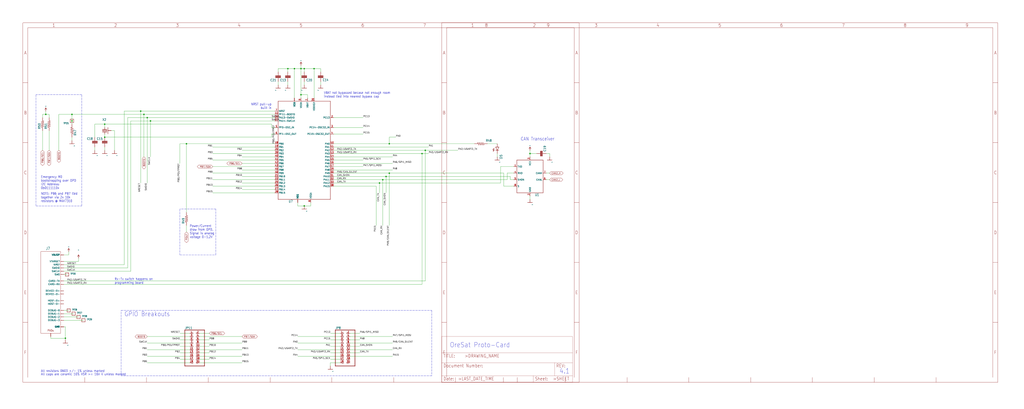
<source format=kicad_sch>
(kicad_sch (version 20211123) (generator eeschema)
  (paper "User" 795.02 317.906)
  (lib_symbols
    (symbol "oresat-proto-card-eagle-import:3.3V" (power)
      (property "Value" "3.3V" (at 0 2.794 0))
      (symbol "3.3V_1_0"
        (polyline (pts (xy 0 2.54) (xy -0.762 1.27)) (stroke (width 0.254)))
        (polyline (pts (xy 0.762 1.27) (xy 0 2.54)) (stroke (width 0.254)))
        (pin power_in line (at 0 0 90) (length 2.54) (name "3.3V") (number "1"))
      )
    )
    (symbol "oresat-proto-card-eagle-import:C-EU0603-C-NOSILK"
      (property "Reference" "C" (at 1.524 0.381 0))
      (property "Value" "C-EU0603-C-NOSILK" (at 1.524 -4.699 0))
      (symbol "C-EU0603-C-NOSILK_1_0"
        (rectangle (start -2.032 -2.032) (end 2.032 -1.524) (fill (type outline)))
        (rectangle (start -2.032 -1.016) (end 2.032 -0.508) (fill (type outline)))
        (polyline (pts (xy 0 -2.54) (xy 0 -2.032)) (stroke (width 0.1524)))
        (polyline (pts (xy 0 0) (xy 0 -0.508)) (stroke (width 0.1524)))
        (pin passive line (at 0 2.54 270) (length 2.54) (name "1") (number "1"))
        (pin passive line (at 0 -5.08 90) (length 2.54) (name "2") (number "2"))
      )
    )
    (symbol "oresat-proto-card-eagle-import:CRYSTAL-WITH-GND"
      (property "Reference" "X" (at 5.08 -2.54 0))
      (property "Value" "CRYSTAL-WITH-GND" (at 5.08 -5.08 0))
      (symbol "CRYSTAL-WITH-GND_1_0"
        (polyline (pts (xy -2.54 -2.54) (xy 2.54 -2.54)) (stroke (width 0.254)))
        (polyline (pts (xy -2.54 0) (xy -1.016 0)) (stroke (width 0.254)))
        (polyline (pts (xy -1.016 0) (xy -1.016 -1.778)) (stroke (width 0.254)))
        (polyline (pts (xy -1.016 1.778) (xy -1.016 0)) (stroke (width 0.254)))
        (polyline (pts (xy -0.381 -1.524) (xy 0.381 -1.524)) (stroke (width 0.254)))
        (polyline (pts (xy -0.381 1.524) (xy -0.381 -1.524)) (stroke (width 0.254)))
        (polyline (pts (xy 0.381 -1.524) (xy 0.381 1.524)) (stroke (width 0.254)))
        (polyline (pts (xy 0.381 1.524) (xy -0.381 1.524)) (stroke (width 0.254)))
        (polyline (pts (xy 1.016 0) (xy 1.016 -1.778)) (stroke (width 0.254)))
        (polyline (pts (xy 1.016 1.778) (xy 1.016 0)) (stroke (width 0.254)))
        (polyline (pts (xy 2.54 0) (xy 1.016 0)) (stroke (width 0.254)))
        (pin passive line (at -2.54 0 0) (length 0) (name "1") (number "1"))
        (pin power_in line (at 0 -5.08 90) (length 2.54) (name "SHIELD") (number "2"))
        (pin passive line (at 2.54 0 180) (length 0) (name "2") (number "3"))
        (pin power_in line (at 0 -5.08 90) (length 2.54) (name "SHIELD") (number "4"))
      )
    )
    (symbol "oresat-proto-card-eagle-import:FRAME_B_L"
      (symbol "FRAME_B_L_0_0"
        (polyline (pts (xy 0 46.5667) (xy 3.81 46.5667)))
        (polyline (pts (xy 0 93.1333) (xy 3.81 93.1333)))
        (polyline (pts (xy 0 139.7) (xy 3.81 139.7)))
        (polyline (pts (xy 0 186.2667) (xy 3.81 186.2667)))
        (polyline (pts (xy 0 232.8333) (xy 3.81 232.8333)))
        (polyline (pts (xy 3.81 3.81) (xy 3.81 275.59)))
        (polyline (pts (xy 47.9778 0) (xy 47.9778 3.81)))
        (polyline (pts (xy 95.9556 0) (xy 95.9556 3.81)))
        (polyline (pts (xy 143.9333 0) (xy 143.9333 3.81)))
        (polyline (pts (xy 191.9111 0) (xy 191.9111 3.81)))
        (polyline (pts (xy 239.8889 0) (xy 239.8889 3.81)))
        (polyline (pts (xy 287.8667 0) (xy 287.8667 3.81)))
        (polyline (pts (xy 335.8444 0) (xy 335.8444 3.81)))
        (polyline (pts (xy 383.8222 0) (xy 383.8222 3.81)))
        (polyline (pts (xy 427.99 3.81) (xy 427.99 275.59)))
        (polyline (pts (xy 427.99 46.5667) (xy 431.8 46.5667)))
        (polyline (pts (xy 427.99 93.1333) (xy 431.8 93.1333)))
        (polyline (pts (xy 427.99 139.7) (xy 431.8 139.7)))
        (polyline (pts (xy 427.99 186.2667) (xy 431.8 186.2667)))
        (polyline (pts (xy 427.99 232.8333) (xy 431.8 232.8333)))
        (polyline (pts (xy 427.99 275.59) (xy 3.81 275.59)))
        (polyline (pts (xy 0 0) (xy 431.8 0) (xy 431.8 279.4) (xy 0 279.4) (xy 0 0)))
        (text "1" (at 23.9889 277.495 0) (effects (font (size 2.54 2.286))))
        (text "2" (at 71.9667 277.495 0) (effects (font (size 2.54 2.286))))
        (text "3" (at 119.9444 277.495 0) (effects (font (size 2.54 2.286))))
        (text "4" (at 167.9222 277.495 0) (effects (font (size 2.54 2.286))))
        (text "5" (at 215.9 277.495 0) (effects (font (size 2.54 2.286))))
        (text "6" (at 263.8778 277.495 0) (effects (font (size 2.54 2.286))))
        (text "7" (at 311.8556 277.495 0) (effects (font (size 2.54 2.286))))
        (text "8" (at 359.8333 277.495 0) (effects (font (size 2.54 2.286))))
        (text "9" (at 407.8111 277.495 0) (effects (font (size 2.54 2.286))))
        (text "A" (at 1.905 256.1167 0) (effects (font (size 2.54 2.286))))
        (text "A" (at 429.895 256.1167 0) (effects (font (size 2.54 2.286))))
        (text "B" (at 1.905 209.55 0) (effects (font (size 2.54 2.286))))
        (text "B" (at 429.895 209.55 0) (effects (font (size 2.54 2.286))))
        (text "C" (at 1.905 162.9833 0) (effects (font (size 2.54 2.286))))
        (text "C" (at 429.895 162.9833 0) (effects (font (size 2.54 2.286))))
        (text "D" (at 1.905 116.4167 0) (effects (font (size 2.54 2.286))))
        (text "D" (at 429.895 116.4167 0) (effects (font (size 2.54 2.286))))
        (text "E" (at 1.905 69.85 0) (effects (font (size 2.54 2.286))))
        (text "E" (at 429.895 69.85 0) (effects (font (size 2.54 2.286))))
        (text "F" (at 1.905 23.2833 0) (effects (font (size 2.54 2.286))))
        (text "F" (at 429.895 23.2833 0) (effects (font (size 2.54 2.286))))
      )
      (symbol "FRAME_B_L_2_0"
        (polyline (pts (xy 0 0) (xy 0 5.08)) (stroke (width 0.1016)))
        (polyline (pts (xy 0 0) (xy 71.12 0)) (stroke (width 0.1016)))
        (polyline (pts (xy 0 5.08) (xy 0 15.24)) (stroke (width 0.1016)))
        (polyline (pts (xy 0 5.08) (xy 71.12 5.08)) (stroke (width 0.1016)))
        (polyline (pts (xy 0 15.24) (xy 0 22.86)) (stroke (width 0.1016)))
        (polyline (pts (xy 0 22.86) (xy 0 35.56)) (stroke (width 0.1016)))
        (polyline (pts (xy 0 22.86) (xy 101.6 22.86)) (stroke (width 0.1016)))
        (polyline (pts (xy 71.12 0) (xy 101.6 0)) (stroke (width 0.1016)))
        (polyline (pts (xy 71.12 5.08) (xy 71.12 0)) (stroke (width 0.1016)))
        (polyline (pts (xy 71.12 5.08) (xy 87.63 5.08)) (stroke (width 0.1016)))
        (polyline (pts (xy 87.63 5.08) (xy 101.6 5.08)) (stroke (width 0.1016)))
        (polyline (pts (xy 87.63 15.24) (xy 0 15.24)) (stroke (width 0.1016)))
        (polyline (pts (xy 87.63 15.24) (xy 87.63 5.08)) (stroke (width 0.1016)))
        (polyline (pts (xy 101.6 5.08) (xy 101.6 0)) (stroke (width 0.1016)))
        (polyline (pts (xy 101.6 15.24) (xy 87.63 15.24)) (stroke (width 0.1016)))
        (polyline (pts (xy 101.6 15.24) (xy 101.6 5.08)) (stroke (width 0.1016)))
        (polyline (pts (xy 101.6 22.86) (xy 101.6 15.24)) (stroke (width 0.1016)))
        (polyline (pts (xy 101.6 35.56) (xy 0 35.56)) (stroke (width 0.1016)))
        (polyline (pts (xy 101.6 35.56) (xy 101.6 22.86)) (stroke (width 0.1016)))
        (text ">DRAWING_NAME" (at 17.78 19.05 0) (effects (font (size 2.54 2.159)) (justify left bottom)))
        (text ">LAST_DATE_TIME" (at 12.7 1.27 0) (effects (font (size 2.54 2.159)) (justify left bottom)))
        (text ">SHEET" (at 86.36 1.27 0) (effects (font (size 2.54 2.159)) (justify left bottom)))
        (text "Date:" (at 1.27 1.27 0) (effects (font (size 2.54 2.159)) (justify left bottom)))
        (text "Document Number:" (at 1.27 11.43 0) (effects (font (size 2.54 2.159)) (justify left bottom)))
        (text "REV:" (at 88.9 11.43 0) (effects (font (size 2.54 2.159)) (justify left bottom)))
        (text "Sheet:" (at 72.39 1.27 0) (effects (font (size 2.54 2.159)) (justify left bottom)))
        (text "TITLE:" (at 1.27 19.05 0) (effects (font (size 2.54 2.159)) (justify left bottom)))
      )
    )
    (symbol "oresat-proto-card-eagle-import:GND" (power)
      (property "Value" "GND" (at -2.54 -2.54 0))
      (symbol "GND_1_0"
        (polyline (pts (xy -1.905 0) (xy 1.905 0)) (stroke (width 0.254)))
        (pin power_in line (at 0 2.54 270) (length 2.54) (name "GND") (number "1"))
      )
    )
    (symbol "oresat-proto-card-eagle-import:LED-GREEN0603"
      (property "Reference" "D" (at -3.429 -4.572 90))
      (property "Value" "LED-GREEN0603" (at 1.905 -4.572 90))
      (symbol "LED-GREEN0603_1_0"
        (polyline (pts (xy -2.032 -0.762) (xy -3.429 -2.159)) (stroke (width 0.1524)))
        (polyline (pts (xy -1.905 -1.905) (xy -3.302 -3.302)) (stroke (width 0.1524)))
        (polyline (pts (xy 0 -2.54) (xy -1.27 -2.54)) (stroke (width 0.254)))
        (polyline (pts (xy 0 -2.54) (xy -1.27 0)) (stroke (width 0.254)))
        (polyline (pts (xy 1.27 -2.54) (xy 0 -2.54)) (stroke (width 0.254)))
        (polyline (pts (xy 1.27 0) (xy -1.27 0)) (stroke (width 0.254)))
        (polyline (pts (xy 1.27 0) (xy 0 -2.54)) (stroke (width 0.254)))
        (polyline (pts (xy -3.429 -2.159) (xy -3.048 -1.27) (xy -2.54 -1.778)) (fill (type outline)))
        (polyline (pts (xy -3.302 -3.302) (xy -2.921 -2.413) (xy -2.413 -2.921)) (fill (type outline)))
        (pin passive line (at 0 2.54 270) (length 2.54) (name "A") (number "A"))
        (pin passive line (at 0 -5.08 90) (length 2.54) (name "C") (number "C"))
      )
    )
    (symbol "oresat-proto-card-eagle-import:ORESAT-DEBUG-CONNECTOR-ALL"
      (property "Reference" "J" (at -2.54 31.75 0))
      (symbol "ORESAT-DEBUG-CONNECTOR-ALL_1_0"
        (polyline (pts (xy -6.35 -33.02) (xy 8.89 -33.02)) (stroke (width 0.1524)))
        (polyline (pts (xy -6.35 30.48) (xy -6.35 -33.02)) (stroke (width 0.1524)))
        (polyline (pts (xy 8.89 -33.02) (xy 8.89 30.48)) (stroke (width 0.1524)))
        (polyline (pts (xy 8.89 30.48) (xy -6.35 30.48)) (stroke (width 0.1524)))
        (text "PADs" (at -1.27 -31.75 0) (effects (font (size 1.524 1.2954)) (justify left bottom)))
        (pin passive line (at 11.43 27.94 180) (length 2.54) (name "VBUSP") (number "1"))
        (pin passive line (at 11.43 20.32 180) (length 2.54) (name "NRST") (number "10"))
        (pin passive line (at 11.43 22.86 180) (length 2.54) (name "VTARGET") (number "11"))
        (pin passive line (at 11.43 5.08 180) (length 2.54) (name "CARD-RX") (number "12"))
        (pin passive line (at 11.43 7.62 180) (length 2.54) (name "CARD-TX") (number "13"))
        (pin passive line (at 11.43 17.78 180) (length 2.54) (name "SWDIO") (number "14"))
        (pin passive line (at 11.43 15.24 180) (length 2.54) (name "SWCLK") (number "15"))
        (pin passive line (at 11.43 12.7 180) (length 2.54) (name "SWO") (number "16"))
        (pin passive line (at 11.43 -15.24 180) (length 2.54) (name "DEBUG-0") (number "17"))
        (pin passive line (at 11.43 -17.78 180) (length 2.54) (name "DEBUG-1") (number "18"))
        (pin passive line (at 11.43 -20.32 180) (length 2.54) (name "DEBUG-2") (number "19"))
        (pin passive line (at 11.43 27.94 180) (length 2.54) (name "VBUSP") (number "2"))
        (pin passive line (at 11.43 -22.86 180) (length 2.54) (name "DEBUG-3") (number "20"))
        (pin passive line (at 11.43 -27.94 180) (length 2.54) (name "GND") (number "3"))
        (pin passive line (at 11.43 0 180) (length 2.54) (name "DEVICE-D+") (number "4"))
        (pin passive line (at 11.43 -2.54 180) (length 2.54) (name "DEVICE-D-") (number "5"))
        (pin passive line (at 11.43 -27.94 180) (length 2.54) (name "GND") (number "6"))
        (pin passive line (at 11.43 -7.62 180) (length 2.54) (name "HOST-D+") (number "7"))
        (pin passive line (at 11.43 -10.16 180) (length 2.54) (name "HOST-D-") (number "8"))
        (pin passive line (at 11.43 -27.94 180) (length 2.54) (name "GND") (number "9"))
        (pin bidirectional line (at 1.27 -35.56 90) (length 2.54) (name "PAD") (number "PAD1"))
        (pin bidirectional line (at 1.27 -35.56 90) (length 2.54) (name "PAD") (number "PAD2"))
      )
    )
    (symbol "oresat-proto-card-eagle-import:PINHD-2X10"
      (property "Reference" "JP" (at -6.35 13.335 0))
      (property "Value" "PINHD-2X10" (at -6.35 -17.78 0))
      (symbol "PINHD-2X10_1_0"
        (polyline (pts (xy -6.35 -15.24) (xy 8.89 -15.24)) (stroke (width 0.4064)))
        (polyline (pts (xy -6.35 12.7) (xy -6.35 -15.24)) (stroke (width 0.4064)))
        (polyline (pts (xy 8.89 -15.24) (xy 8.89 12.7)) (stroke (width 0.4064)))
        (polyline (pts (xy 8.89 12.7) (xy -6.35 12.7)) (stroke (width 0.4064)))
        (pin passive inverted (at -2.54 10.16 0) (length 2.54) (name "1") (number "1"))
        (pin passive inverted (at 5.08 0 180) (length 2.54) (name "10") (number "10"))
        (pin passive inverted (at -2.54 -2.54 0) (length 2.54) (name "11") (number "11"))
        (pin passive inverted (at 5.08 -2.54 180) (length 2.54) (name "12") (number "12"))
        (pin passive inverted (at -2.54 -5.08 0) (length 2.54) (name "13") (number "13"))
        (pin passive inverted (at 5.08 -5.08 180) (length 2.54) (name "14") (number "14"))
        (pin passive inverted (at -2.54 -7.62 0) (length 2.54) (name "15") (number "15"))
        (pin passive inverted (at 5.08 -7.62 180) (length 2.54) (name "16") (number "16"))
        (pin passive inverted (at -2.54 -10.16 0) (length 2.54) (name "17") (number "17"))
        (pin passive inverted (at 5.08 -10.16 180) (length 2.54) (name "18") (number "18"))
        (pin passive inverted (at -2.54 -12.7 0) (length 2.54) (name "19") (number "19"))
        (pin passive inverted (at 5.08 10.16 180) (length 2.54) (name "2") (number "2"))
        (pin passive inverted (at 5.08 -12.7 180) (length 2.54) (name "20") (number "20"))
        (pin passive inverted (at -2.54 7.62 0) (length 2.54) (name "3") (number "3"))
        (pin passive inverted (at 5.08 7.62 180) (length 2.54) (name "4") (number "4"))
        (pin passive inverted (at -2.54 5.08 0) (length 2.54) (name "5") (number "5"))
        (pin passive inverted (at 5.08 5.08 180) (length 2.54) (name "6") (number "6"))
        (pin passive inverted (at -2.54 2.54 0) (length 2.54) (name "7") (number "7"))
        (pin passive inverted (at 5.08 2.54 180) (length 2.54) (name "8") (number "8"))
        (pin passive inverted (at -2.54 0 0) (length 2.54) (name "9") (number "9"))
      )
    )
    (symbol "oresat-proto-card-eagle-import:R-US_0603-C-NOSILK"
      (property "Reference" "R" (at -3.81 1.4986 0))
      (property "Value" "R-US_0603-C-NOSILK" (at -3.81 -3.302 0))
      (symbol "R-US_0603-C-NOSILK_1_0"
        (polyline (pts (xy -2.54 0) (xy -2.159 1.016)) (stroke (width 0.2032)))
        (polyline (pts (xy -2.159 1.016) (xy -1.524 -1.016)) (stroke (width 0.2032)))
        (polyline (pts (xy -1.524 -1.016) (xy -0.889 1.016)) (stroke (width 0.2032)))
        (polyline (pts (xy -0.889 1.016) (xy -0.254 -1.016)) (stroke (width 0.2032)))
        (polyline (pts (xy -0.254 -1.016) (xy 0.381 1.016)) (stroke (width 0.2032)))
        (polyline (pts (xy 0.381 1.016) (xy 1.016 -1.016)) (stroke (width 0.2032)))
        (polyline (pts (xy 1.016 -1.016) (xy 1.651 1.016)) (stroke (width 0.2032)))
        (polyline (pts (xy 1.651 1.016) (xy 2.286 -1.016)) (stroke (width 0.2032)))
        (polyline (pts (xy 2.286 -1.016) (xy 2.54 0)) (stroke (width 0.2032)))
        (pin passive line (at -5.08 0 0) (length 2.54) (name "1") (number "1"))
        (pin passive line (at 5.08 0 180) (length 2.54) (name "2") (number "2"))
      )
    )
    (symbol "oresat-proto-card-eagle-import:STM32F091C"
      (property "Value" "STM32F091C" (at -20.32 40.64 0))
      (symbol "STM32F091C_1_0"
        (polyline (pts (xy -20.32 -38.1) (xy -20.32 38.1)) (stroke (width 0.254)))
        (polyline (pts (xy -20.32 38.1) (xy 20.32 38.1)) (stroke (width 0.254)))
        (polyline (pts (xy 20.32 -38.1) (xy -20.32 -38.1)) (stroke (width 0.254)))
        (polyline (pts (xy 20.32 38.1) (xy 20.32 -38.1)) (stroke (width 0.254)))
        (pin power_in line (at -2.54 40.64 270) (length 2.54) (name "VBAT") (number "1"))
        (pin bidirectional line (at -22.86 5.08 0) (length 2.54) (name "PA0") (number "10"))
        (pin bidirectional line (at -22.86 2.54 0) (length 2.54) (name "PA1") (number "11"))
        (pin bidirectional line (at -22.86 0 0) (length 2.54) (name "PA2") (number "12"))
        (pin bidirectional line (at -22.86 -2.54 0) (length 2.54) (name "PA3") (number "13"))
        (pin bidirectional line (at -22.86 -5.08 0) (length 2.54) (name "PA4") (number "14"))
        (pin bidirectional line (at -22.86 -7.62 0) (length 2.54) (name "PA5") (number "15"))
        (pin bidirectional line (at -22.86 -10.16 0) (length 2.54) (name "PA6") (number "16"))
        (pin bidirectional line (at -22.86 -12.7 0) (length 2.54) (name "PA7") (number "17"))
        (pin bidirectional line (at 22.86 5.08 180) (length 2.54) (name "PB0") (number "18"))
        (pin bidirectional line (at 22.86 2.54 180) (length 2.54) (name "PB1") (number "19"))
        (pin bidirectional line (at -22.86 25.4 0) (length 2.54) (name "PC13") (number "2"))
        (pin bidirectional line (at 22.86 0 180) (length 2.54) (name "PB2") (number "20"))
        (pin bidirectional line (at 22.86 -20.32 180) (length 2.54) (name "PB10") (number "21"))
        (pin bidirectional line (at 22.86 -22.86 180) (length 2.54) (name "PB11") (number "22"))
        (pin power_in line (at 5.08 -40.64 90) (length 2.54) (name "VSS") (number "23"))
        (pin power_in line (at 7.62 40.64 270) (length 2.54) (name "VDD") (number "24"))
        (pin bidirectional line (at 22.86 -25.4 180) (length 2.54) (name "PB12") (number "25"))
        (pin bidirectional line (at 22.86 -27.94 180) (length 2.54) (name "PB13") (number "26"))
        (pin bidirectional line (at 22.86 -30.48 180) (length 2.54) (name "PB14") (number "27"))
        (pin bidirectional line (at 22.86 -33.02 180) (length 2.54) (name "PB15") (number "28"))
        (pin bidirectional line (at -22.86 -15.24 0) (length 2.54) (name "PA8") (number "29"))
        (pin bidirectional line (at -22.86 17.78 0) (length 2.54) (name "PC14-OSC32_IN") (number "3"))
        (pin bidirectional line (at -22.86 -17.78 0) (length 2.54) (name "PA9") (number "30"))
        (pin bidirectional line (at -22.86 -20.32 0) (length 2.54) (name "PA10") (number "31"))
        (pin bidirectional line (at -22.86 -22.86 0) (length 2.54) (name "PA11") (number "32"))
        (pin bidirectional line (at -22.86 -25.4 0) (length 2.54) (name "PA12") (number "33"))
        (pin bidirectional line (at 22.86 25.4 180) (length 2.54) (name "PA13-SWDIO") (number "34"))
        (pin power_in line (at 5.08 -40.64 90) (length 2.54) (name "VSS") (number "35"))
        (pin power_in line (at -7.62 40.64 270) (length 2.54) (name "VDDIO2") (number "36"))
        (pin bidirectional line (at 22.86 22.86 180) (length 2.54) (name "PA14-SWCLK") (number "37"))
        (pin bidirectional line (at -22.86 -27.94 0) (length 2.54) (name "PA15") (number "38"))
        (pin bidirectional line (at 22.86 -2.54 180) (length 2.54) (name "PB3") (number "39"))
        (pin bidirectional line (at -22.86 12.7 0) (length 2.54) (name "PC15-OSC32_OUT") (number "4"))
        (pin bidirectional line (at 22.86 -5.08 180) (length 2.54) (name "PB4") (number "40"))
        (pin bidirectional line (at 22.86 -7.62 180) (length 2.54) (name "PB5") (number "41"))
        (pin bidirectional line (at 22.86 -10.16 180) (length 2.54) (name "PB6") (number "42"))
        (pin bidirectional line (at 22.86 -12.7 180) (length 2.54) (name "PB7") (number "43"))
        (pin bidirectional line (at 22.86 27.94 180) (length 2.54) (name "PF11-BOOT0") (number "44"))
        (pin bidirectional line (at 22.86 -15.24 180) (length 2.54) (name "PB8") (number "45"))
        (pin bidirectional line (at 22.86 -17.78 180) (length 2.54) (name "PB9") (number "46"))
        (pin power_in line (at 5.08 -40.64 90) (length 2.54) (name "VSS") (number "47"))
        (pin power_in line (at 7.62 40.64 270) (length 2.54) (name "VDD") (number "48"))
        (pin bidirectional line (at 22.86 17.78 180) (length 2.54) (name "PF0-OSC_IN") (number "5"))
        (pin bidirectional line (at 22.86 12.7 180) (length 2.54) (name "PF1-OSC_OUT") (number "6"))
        (pin bidirectional line (at 22.86 30.48 180) (length 2.54) (name "NRST") (number "7"))
        (pin power_in line (at -5.08 -40.64 90) (length 2.54) (name "VSSA") (number "8"))
        (pin power_in line (at 2.54 40.64 270) (length 2.54) (name "VDDA") (number "9"))
      )
    )
    (symbol "oresat-proto-card-eagle-import:TCAN330"
      (property "Reference" "U" (at 7.62 -17.78 0))
      (property "Value" "TCAN330" (at 7.62 -20.32 0))
      (symbol "TCAN330_1_0"
        (polyline (pts (xy -10.16 -12.7) (xy 10.16 -12.7)) (stroke (width 0.254)))
        (polyline (pts (xy -10.16 12.7) (xy -10.16 -12.7)) (stroke (width 0.254)))
        (polyline (pts (xy 10.16 -12.7) (xy 10.16 12.7)) (stroke (width 0.254)))
        (polyline (pts (xy 10.16 12.7) (xy -10.16 12.7)) (stroke (width 0.254)))
        (pin input line (at -12.7 7.62 0) (length 2.54) (name "TXD") (number "1"))
        (pin power_in line (at 0 -15.24 90) (length 2.54) (name "GND") (number "2"))
        (pin power_in line (at 0 15.24 270) (length 2.54) (name "VCC") (number "3"))
        (pin output line (at -12.7 2.54 0) (length 2.54) (name "RXD") (number "4"))
        (pin input line (at -12.7 -2.54 0) (length 2.54) (name "SHDN") (number "5"))
        (pin bidirectional line (at 12.7 -2.54 180) (length 2.54) (name "CANL") (number "6"))
        (pin bidirectional line (at 12.7 2.54 180) (length 2.54) (name "CANH") (number "7"))
        (pin input line (at -12.7 -7.62 0) (length 2.54) (name "S") (number "8"))
      )
    )
    (symbol "oresat-proto-card-eagle-import:TEST-POINT-LARGE-SQUARE"
      (property "Reference" "TP" (at -2.54 2.54 0))
      (symbol "TEST-POINT-LARGE-SQUARE_1_0"
        (polyline (pts (xy -1.27 -1.27) (xy -1.27 1.27)) (stroke (width 0.254)))
        (polyline (pts (xy -1.27 1.27) (xy 1.27 1.27)) (stroke (width 0.254)))
        (polyline (pts (xy 1.27 -1.27) (xy -1.27 -1.27)) (stroke (width 0.254)))
        (polyline (pts (xy 1.27 1.27) (xy 1.27 -1.27)) (stroke (width 0.254)))
        (pin passive line (at 0 0 0) (length 0) (name "1") (number "1"))
      )
    )
    (symbol "oresat-proto-card-eagle-import:VBUSP" (power)
      (property "Value" "VBUSP" (at 0 2.794 0))
      (symbol "VBUSP_1_0"
        (polyline (pts (xy 0 2.54) (xy -0.762 1.27)) (stroke (width 0.254)))
        (polyline (pts (xy 0.762 1.27) (xy 0 2.54)) (stroke (width 0.254)))
        (pin power_in line (at 0 0 90) (length 2.54) (name "VBUSP") (number "1"))
      )
    )
  )
  (junction (at 81.28 106.68))
  (junction (at 236.22 160.02))
  (junction (at 109.22 86.36))
  (junction (at 233.68 53.34))
  (junction (at 327.66 119.38))
  (junction (at 116.84 93.98))
  (junction (at 302.26 111.76))
  (junction (at 50.8 262.89))
  (junction (at 228.6 53.34))
  (junction (at 223.52 53.34))
  (junction (at 55.88 88.9))
  (junction (at 35.56 88.9))
  (junction (at 330.2 116.84))
  (junction (at 55.88 93.98))
  (junction (at 114.3 91.44))
  (junction (at 297.18 139.7))
  (junction (at 236.22 53.34))
  (junction (at 81.28 96.52))
  (junction (at 144.78 111.76))
  (junction (at 294.64 142.24))
  (junction (at 233.68 73.66))
  (junction (at 411.48 119.38))
  (junction (at 299.72 137.16))
  (junction (at 111.76 88.9))
  (junction (at 243.84 53.34))
  (junction (at 302.26 134.62))
  (wire (pts (xy 35.56 88.9) (xy 35.56 86.36)))
  (wire (pts (xy 116.84 93.98) (xy 213.36 93.98)))
  (wire (pts (xy 49.53 205.74) (xy 96.52 205.74)))
  (wire (pts (xy 388.62 129.54) (xy 388.62 142.24)))
  (wire (pts (xy 213.36 132.08) (xy 187.96 132.08)))
  (wire (pts (xy 236.22 63.5) (xy 236.22 66.04)))
  (wire (pts (xy 264.16 281.94) (xy 256.54 281.94)))
  (wire (pts (xy 238.76 76.2) (xy 238.76 73.66)))
  (wire (pts (xy 279.4 264.16) (xy 271.78 264.16)))
  (wire (pts (xy 259.08 111.76) (xy 302.26 111.76)))
  (wire (pts (xy 99.06 91.44) (xy 114.3 91.44)))
  (wire (pts (xy 259.08 129.54) (xy 281.94 129.54)))
  (wire (pts (xy 213.36 137.16) (xy 187.96 137.16)))
  (wire (pts (xy 111.76 88.9) (xy 55.88 88.9)))
  (wire (pts (xy 396.24 139.7) (xy 396.24 137.16)))
  (wire (pts (xy 231.14 266.7) (xy 264.16 266.7)))
  (wire (pts (xy 259.08 91.44) (xy 281.94 91.44)))
  (wire (pts (xy 144.78 175.26) (xy 144.78 180.34)))
  (wire (pts (xy 213.36 139.7) (xy 165.1 139.7)))
  (wire (pts (xy 259.08 119.38) (xy 327.66 119.38)))
  (wire (pts (xy 327.66 119.38) (xy 332.74 119.38)))
  (wire (pts (xy 213.36 127) (xy 187.96 127)))
  (wire (pts (xy 33.02 116.84) (xy 33.02 101.6)))
  (wire (pts (xy 297.18 139.7) (xy 297.18 175.26)))
  (wire (pts (xy 294.64 142.24) (xy 294.64 149.86)))
  (wire (pts (xy 259.08 124.46) (xy 281.94 124.46)))
  (wire (pts (xy 99.06 208.28) (xy 49.53 208.28)))
  (wire (pts (xy 233.68 53.34) (xy 233.68 50.8)))
  (wire (pts (xy 294.64 142.24) (xy 388.62 142.24)))
  (polyline (pts (xy 63.5 160.02) (xy 63.5 73.66)))
  (wire (pts (xy 213.36 144.78) (xy 165.1 144.78)))
  (wire (pts (xy 213.36 134.62) (xy 165.1 134.62)))
  (polyline (pts (xy 27.94 160.02) (xy 63.5 160.02)))
  (wire (pts (xy 144.78 165.1) (xy 144.78 111.76)))
  (wire (pts (xy 259.08 134.62) (xy 302.26 134.62)))
  (wire (pts (xy 210.82 99.06) (xy 210.82 96.52)))
  (wire (pts (xy 424.18 139.7) (xy 426.72 139.7)))
  (wire (pts (xy 233.68 73.66) (xy 233.68 53.34)))
  (wire (pts (xy 299.72 137.16) (xy 259.08 137.16)))
  (wire (pts (xy 302.26 106.68) (xy 307.34 106.68)))
  (wire (pts (xy 38.1 116.84) (xy 38.1 101.6)))
  (wire (pts (xy 391.16 134.62) (xy 391.16 144.78)))
  (wire (pts (xy 39.37 262.89) (xy 50.8 262.89)))
  (wire (pts (xy 139.7 279.4) (xy 147.32 279.4)))
  (wire (pts (xy 304.8 271.78) (xy 271.78 271.78)))
  (wire (pts (xy 302.26 134.62) (xy 302.26 175.26)))
  (wire (pts (xy 154.94 279.4) (xy 162.56 279.4)))
  (wire (pts (xy 73.66 116.84) (xy 73.66 114.3)))
  (wire (pts (xy 302.26 111.76) (xy 368.3 111.76)))
  (wire (pts (xy 299.72 137.16) (xy 299.72 149.86)))
  (wire (pts (xy 213.36 104.14) (xy 210.82 104.14)))
  (wire (pts (xy 88.9 101.6) (xy 86.36 101.6)))
  (wire (pts (xy 302.26 111.76) (xy 302.26 106.68)))
  (wire (pts (xy 411.48 119.38) (xy 416.56 119.38)))
  (wire (pts (xy 96.52 86.36) (xy 109.22 86.36)))
  (wire (pts (xy 88.9 116.84) (xy 88.9 101.6)))
  (wire (pts (xy 411.48 121.92) (xy 411.48 119.38)))
  (wire (pts (xy 139.7 274.32) (xy 147.32 274.32)))
  (wire (pts (xy 55.88 88.9) (xy 45.72 88.9)))
  (wire (pts (xy 259.08 127) (xy 304.8 127)))
  (wire (pts (xy 187.96 276.86) (xy 154.94 276.86)))
  (wire (pts (xy 327.66 220.98) (xy 49.53 220.98)))
  (wire (pts (xy 231.14 261.62) (xy 264.16 261.62)))
  (wire (pts (xy 279.4 269.24) (xy 271.78 269.24)))
  (wire (pts (xy 259.08 104.14) (xy 281.94 104.14)))
  (wire (pts (xy 378.46 111.76) (xy 386.08 111.76)))
  (wire (pts (xy 139.7 264.16) (xy 147.32 264.16)))
  (wire (pts (xy 213.36 147.32) (xy 187.96 147.32)))
  (wire (pts (xy 101.6 210.82) (xy 49.53 210.82)))
  (wire (pts (xy 330.2 218.44) (xy 49.53 218.44)))
  (wire (pts (xy 398.78 139.7) (xy 396.24 139.7)))
  (wire (pts (xy 243.84 53.34) (xy 243.84 76.2)))
  (wire (pts (xy 187.96 116.84) (xy 213.36 116.84)))
  (wire (pts (xy 243.84 53.34) (xy 236.22 53.34)))
  (wire (pts (xy 109.22 86.36) (xy 109.22 142.24)))
  (wire (pts (xy 259.08 142.24) (xy 294.64 142.24)))
  (wire (pts (xy 99.06 208.28) (xy 99.06 91.44)))
  (wire (pts (xy 60.96 203.2) (xy 60.96 200.66)))
  (wire (pts (xy 38.1 88.9) (xy 38.1 91.44)))
  (wire (pts (xy 144.78 111.76) (xy 139.7 111.76)))
  (wire (pts (xy 162.56 269.24) (xy 154.94 269.24)))
  (wire (pts (xy 215.9 53.34) (xy 223.52 53.34)))
  (wire (pts (xy 236.22 53.34) (xy 233.68 53.34)))
  (wire (pts (xy 243.84 53.34) (xy 248.92 53.34)))
  (wire (pts (xy 111.76 88.9) (xy 111.76 121.92)))
  (wire (pts (xy 279.4 274.32) (xy 271.78 274.32)))
  (wire (pts (xy 55.88 93.98) (xy 55.88 88.9)))
  (wire (pts (xy 391.16 144.78) (xy 398.78 144.78)))
  (wire (pts (xy 213.36 124.46) (xy 165.1 124.46)))
  (wire (pts (xy 236.22 160.02) (xy 241.3 160.02)))
  (wire (pts (xy 259.08 144.78) (xy 292.1 144.78)))
  (wire (pts (xy 393.7 139.7) (xy 297.18 139.7)))
  (wire (pts (xy 33.02 91.44) (xy 33.02 88.9)))
  (wire (pts (xy 114.3 261.62) (xy 147.32 261.62)))
  (wire (pts (xy 162.56 274.32) (xy 154.94 274.32)))
  (wire (pts (xy 73.66 96.52) (xy 81.28 96.52)))
  (wire (pts (xy 96.52 86.36) (xy 96.52 205.74)))
  (wire (pts (xy 241.3 160.02) (xy 241.3 157.48)))
  (wire (pts (xy 386.08 119.38) (xy 386.08 121.92)))
  (wire (pts (xy 213.36 142.24) (xy 187.96 142.24)))
  (wire (pts (xy 259.08 99.06) (xy 281.94 99.06)))
  (wire (pts (xy 231.14 271.78) (xy 264.16 271.78)))
  (wire (pts (xy 213.36 119.38) (xy 165.1 119.38)))
  (wire (pts (xy 330.2 116.84) (xy 355.6 116.84)))
  (wire (pts (xy 271.78 261.62) (xy 304.8 261.62)))
  (wire (pts (xy 238.76 73.66) (xy 233.68 73.66)))
  (wire (pts (xy 424.18 134.62) (xy 426.72 134.62)))
  (wire (pts (xy 57.15 243.84) (xy 49.53 243.84)))
  (wire (pts (xy 231.14 276.86) (xy 264.16 276.86)))
  (polyline (pts (xy 27.94 73.66) (xy 27.94 160.02)))
  (wire (pts (xy 52.07 213.36) (xy 49.53 213.36)))
  (wire (pts (xy 330.2 116.84) (xy 330.2 218.44)))
  (polyline (pts (xy 63.5 73.66) (xy 27.94 73.66)))
  (wire (pts (xy 49.53 203.2) (xy 60.96 203.2)))
  (wire (pts (xy 223.52 53.34) (xy 228.6 53.34)))
  (wire (pts (xy 162.56 264.16) (xy 154.94 264.16)))
  (wire (pts (xy 53.34 198.12) (xy 53.34 195.58)))
  (wire (pts (xy 55.88 96.52) (xy 55.88 93.98)))
  (wire (pts (xy 55.88 106.68) (xy 55.88 109.22)))
  (wire (pts (xy 101.6 93.98) (xy 116.84 93.98)))
  (wire (pts (xy 213.36 88.9) (xy 111.76 88.9)))
  (wire (pts (xy 50.8 262.89) (xy 50.8 264.16)))
  (wire (pts (xy 154.94 281.94) (xy 187.96 281.94)))
  (wire (pts (xy 259.08 121.92) (xy 304.8 121.92)))
  (wire (pts (xy 398.78 129.54) (xy 388.62 129.54)))
  (wire (pts (xy 215.9 63.5) (xy 215.9 66.04)))
  (wire (pts (xy 73.66 106.68) (xy 73.66 96.52)))
  (wire (pts (xy 259.08 132.08) (xy 304.8 132.08)))
  (wire (pts (xy 327.66 119.38) (xy 327.66 220.98)))
  (wire (pts (xy 424.18 119.38) (xy 426.72 119.38)))
  (wire (pts (xy 187.96 261.62) (xy 154.94 261.62)))
  (wire (pts (xy 139.7 111.76) (xy 139.7 127)))
  (wire (pts (xy 101.6 210.82) (xy 101.6 93.98)))
  (wire (pts (xy 411.48 119.38) (xy 411.48 116.84)))
  (wire (pts (xy 114.3 91.44) (xy 114.3 142.24)))
  (wire (pts (xy 259.08 116.84) (xy 330.2 116.84)))
  (wire (pts (xy 215.9 55.88) (xy 215.9 53.34)))
  (polyline (pts (xy 335.28 241.3) (xy 335.28 292.1)))
  (wire (pts (xy 187.96 266.7) (xy 154.94 266.7)))
  (wire (pts (xy 228.6 53.34) (xy 233.68 53.34)))
  (wire (pts (xy 248.92 53.34) (xy 248.92 55.88)))
  (polyline (pts (xy 139.7 198.12) (xy 167.64 198.12)))
  (wire (pts (xy 35.56 88.9) (xy 38.1 88.9)))
  (wire (pts (xy 292.1 144.78) (xy 292.1 175.26)))
  (wire (pts (xy 64.77 248.92) (xy 49.53 248.92)))
  (wire (pts (xy 116.84 93.98) (xy 116.84 121.92)))
  (wire (pts (xy 256.54 281.94) (xy 256.54 284.48)))
  (polyline (pts (xy 167.64 162.56) (xy 139.7 162.56)))
  (wire (pts (xy 50.8 254) (xy 50.8 262.89)))
  (wire (pts (xy 210.82 104.14) (xy 210.82 106.68)))
  (wire (pts (xy 213.36 114.3) (xy 165.1 114.3)))
  (wire (pts (xy 33.02 88.9) (xy 35.56 88.9)))
  (wire (pts (xy 264.16 279.4) (xy 256.54 279.4)))
  (wire (pts (xy 49.53 254) (xy 50.8 254)))
  (wire (pts (xy 256.54 264.16) (xy 264.16 264.16)))
  (wire (pts (xy 114.3 91.44) (xy 213.36 91.44)))
  (wire (pts (xy 81.28 116.84) (xy 81.28 114.3)))
  (wire (pts (xy 109.22 86.36) (xy 213.36 86.36)))
  (wire (pts (xy 139.7 259.08) (xy 147.32 259.08)))
  (wire (pts (xy 231.14 160.02) (xy 231.14 157.48)))
  (wire (pts (xy 45.72 88.9) (xy 45.72 116.84)))
  (wire (pts (xy 162.56 259.08) (xy 154.94 259.08)))
  (wire (pts (xy 81.28 96.52) (xy 81.28 99.06)))
  (wire (pts (xy 114.3 276.86) (xy 147.32 276.86)))
  (wire (pts (xy 236.22 160.02) (xy 231.14 160.02)))
  (wire (pts (xy 256.54 259.08) (xy 264.16 259.08)))
  (wire (pts (xy 81.28 106.68) (xy 81.28 104.14)))
  (wire (pts (xy 144.78 111.76) (xy 213.36 111.76)))
  (wire (pts (xy 213.36 99.06) (xy 210.82 99.06)))
  (wire (pts (xy 256.54 274.32) (xy 264.16 274.32)))
  (polyline (pts (xy 93.98 241.3) (xy 335.28 241.3)))
  (wire (pts (xy 228.6 76.2) (xy 228.6 53.34)))
  (wire (pts (xy 49.53 246.38) (xy 60.96 246.38)))
  (wire (pts (xy 236.22 55.88) (xy 236.22 53.34)))
  (wire (pts (xy 39.37 261.62) (xy 39.37 262.89)))
  (wire (pts (xy 213.36 149.86) (xy 165.1 149.86)))
  (wire (pts (xy 139.7 269.24) (xy 147.32 269.24)))
  (wire (pts (xy 213.36 121.92) (xy 187.96 121.92)))
  (wire (pts (xy 233.68 76.2) (xy 233.68 73.66)))
  (wire (pts (xy 49.53 198.12) (xy 53.34 198.12)))
  (polyline (pts (xy 139.7 162.56) (xy 139.7 198.12)))
  (wire (pts (xy 210.82 106.68) (xy 81.28 106.68)))
  (wire (pts (xy 304.8 266.7) (xy 271.78 266.7)))
  (wire (pts (xy 302.26 134.62) (xy 391.16 134.62)))
  (wire (pts (xy 393.7 134.62) (xy 393.7 139.7)))
  (wire (pts (xy 213.36 129.54) (xy 165.1 129.54)))
  (polyline (pts (xy 335.28 292.1) (xy 93.98 292.1)))
  (wire (pts (xy 223.52 66.04) (xy 223.52 63.5)))
  (wire (pts (xy 49.53 241.3) (xy 53.34 241.3)))
  (wire (pts (xy 187.96 271.78) (xy 154.94 271.78)))
  (polyline (pts (xy 167.64 198.12) (xy 167.64 162.56)))
  (wire (pts (xy 411.48 154.94) (xy 411.48 152.4)))
  (wire (pts (xy 426.72 119.38) (xy 426.72 121.92)))
  (wire (pts (xy 147.32 281.94) (xy 114.3 281.94)))
  (wire (pts (xy 114.3 271.78) (xy 147.32 271.78)))
  (wire (pts (xy 304.8 276.86) (xy 271.78 276.86)))
  (polyline (pts (xy 93.98 292.1) (xy 93.98 241.3)))
  (wire (pts (xy 114.3 266.7) (xy 147.32 266.7)))
  (wire (pts (xy 210.82 96.52) (xy 81.28 96.52)))
  (wire (pts (xy 259.08 114.3) (xy 332.74 114.3)))
  (wire (pts (xy 398.78 134.62) (xy 393.7 134.62)))
  (wire (pts (xy 256.54 269.24) (xy 264.16 269.24)))
  (wire (pts (xy 248.92 66.04) (xy 248.92 63.5)))
  (wire (pts (xy 271.78 259.08) (xy 279.4 259.08)))
  (wire (pts (xy 223.52 55.88) (xy 223.52 53.34)))
  (wire (pts (xy 396.24 137.16) (xy 299.72 137.16)))
  (wire (pts (xy 297.18 139.7) (xy 259.08 139.7)))
  (text "GPIO Breakouts" (at 96.52 246.38 180) (effects (font (size 3.556 3.0226)) (justify left bottom)))
  (text "Rx-Tx switch happens on\nprogramming board" (at 88.9 220.98 180) (effects (font (size 1.778 1.5113)) (justify left bottom)))
  (text "All caps are ceramic 10% X5R >= 16V V unless marked" (at 31.75 292.1 0) (effects (font (size 1.778 1.5113)) (justify left bottom)))
  (text "NRST pull-up\nbuilt in" (at 210.82 85.09 180) (effects (font (size 1.778 1.5113)) (justify right bottom)))
  (text "VBAT not bypassed becase not enough room\ninstead tied into nearest bypass cap" (at 251.46 76.2 0) (effects (font (size 1.778 1.5113)) (justify left bottom)))
  (text "OreSat Proto-Card" (at 349.25 270.51 180) (effects (font (size 3.81 3.2385)) (justify left bottom)))
  (text "All resistors 0603 +/- 1% unless marked" (at 31.75 289.56 180) (effects (font (size 1.778 1.5113)) (justify left bottom)))
  (text "NOTE: PB6 and PB7 tied\ntogether via 2x 10k\nresistors @ MAX7310~{}" (at 31.75 157.48 0) (effects (font (size 1.778 1.5113)) (justify left bottom)))
  (text "CAN Transceiver" (at 430.53 106.68 180) (effects (font (size 2.54 2.159)) (justify right top)))
  (text "Power/Current\ndraw from OPD.\nSignal is analog\nvoltage 0-1.2V" (at 147.32 185.42 0) (effects (font (size 1.778 1.5113)) (justify left bottom)))
  (text "Emergency M0\nbootstrapping over OPD\nI2C Address:\n0b0111110x" (at 31.75 147.32 0) (effects (font (size 1.778 1.5113)) (justify left bottom)))
  (text "4.1" (at 434.34 290.83 180) (effects (font (size 3.81 3.2385)) (justify left bottom)))
  (label "PB0/POUTPROT" (at 139.7 127 270) (effects (font (size 1.2446 1.2446))))
  (label "PB15" (at 187.96 281.94 0) (effects (font (size 1.2446 1.2446))))
  (label "PA4" (at 231.14 276.86 180) (effects (font (size 1.2446 1.2446))))
  (label "CAN_TX" (at 279.4 274.32 0) (effects (font (size 1.2446 1.2446))))
  (label "PA3/USART2_RX" (at 52.07 220.98 0) (effects (font (size 1.2446 1.2446))))
  (label "CAN_RX" (at 297.18 175.26 270) (effects (font (size 1.2446 1.2446))))
  (label "PA8" (at 304.8 132.08 0) (effects (font (size 1.2446 1.2446))))
  (label "PA7/SPI1_MOSI" (at 281.94 129.54 0) (effects (font (size 1.2446 1.2446))))
  (label "CAN_TX" (at 294.64 149.86 270) (effects (font (size 1.2446 1.2446))))
  (label "PB3" (at 114.3 276.86 180) (effects (font (size 1.2446 1.2446))))
  (label "PA9/CAN_SILENT" (at 304.8 266.7 0) (effects (font (size 1.2446 1.2446))))
  (label "PB5" (at 165.1 124.46 180) (effects (font (size 1.2446 1.2446))))
  (label "PA0" (at 307.34 106.68 0) (effects (font (size 1.2446 1.2446))))
  (label "PB2" (at 139.7 274.32 180) (effects (font (size 1.2446 1.2446))))
  (label "PB14" (at 187.96 147.32 180) (effects (font (size 1.2446 1.2446))))
  (label "SWDIO" (at 210.82 91.44 0) (effects (font (size 1.2446 1.2446))))
  (label "PB9" (at 165.1 134.62 180) (effects (font (size 1.2446 1.2446))))
  (label "SWDIO" (at 52.07 208.28 0) (effects (font (size 1.2446 1.2446))))
  (label "PC14" (at 281.94 99.06 0) (effects (font (size 1.2446 1.2446))))
  (label "PA7/SPI1_MOSI" (at 304.8 261.62 0) (effects (font (size 1.2446 1.2446))))
  (label "PB15" (at 165.1 149.86 180) (effects (font (size 1.2446 1.2446))))
  (label "PC14" (at 231.14 261.62 180) (effects (font (size 1.2446 1.2446))))
  (label "PA1" (at 256.54 269.24 180) (effects (font (size 1.2446 1.2446))))
  (label "CAN_TX" (at 261.62 142.24 0) (effects (font (size 1.2446 1.2446))))
  (label "NRESET" (at 109.22 142.24 270) (effects (font (size 1.2446 1.2446))))
  (label "CAN_SHDN" (at 261.62 137.16 0) (effects (font (size 1.2446 1.2446))))
  (label "PA15" (at 304.8 276.86 0) (effects (font (size 1.2446 1.2446))))
  (label "PB11" (at 165.1 139.7 180) (effects (font (size 1.2446 1.2446))))
  (label "PA5/SPI1_SCK" (at 256.54 279.4 180) (effects (font (size 1.2446 1.2446))))
  (label "PA0" (at 231.14 266.7 180) (effects (font (size 1.2446 1.2446))))
  (label "NRESET" (at 52.07 205.74 0) (effects (font (size 1.2446 1.2446))))
  (label "PB14" (at 162.56 279.4 0) (effects (font (size 1.2446 1.2446))))
  (label "PB0/POUTPROT" (at 139.7 269.24 180) (effects (font (size 1.2446 1.2446))))
  (label "PB4" (at 139.7 279.4 180) (effects (font (size 1.2446 1.2446))))
  (label "CAN_SHDN" (at 279.4 269.24 0) (effects (font (size 1.2446 1.2446))))
  (label "NRESET" (at 139.7 259.08 180) (effects (font (size 1.2446 1.2446))))
  (label "PB9" (at 187.96 266.7 0) (effects (font (size 1.2446 1.2446))))
  (label "PB1" (at 114.3 271.78 180) (effects (font (size 1.2446 1.2446))))
  (label "PA15" (at 292.1 175.26 270) (effects (font (size 1.2446 1.2446))))
  (label "PA8" (at 279.4 264.16 0) (effects (font (size 1.2446 1.2446))))
  (label "PC13" (at 281.94 91.44 0) (effects (font (size 1.2446 1.2446))))
  (label "PA2/USART2_TX" (at 355.6 116.84 0) (effects (font (size 1.2446 1.2446))))
  (label "PA5/SPI1_SCK" (at 281.94 124.46 0) (effects (font (size 1.2446 1.2446))))
  (label "PB12" (at 162.56 274.32 0) (effects (font (size 1.2446 1.2446))))
  (label "PA3/USART2_RX" (at 261.62 119.38 0) (effects (font (size 1.2446 1.2446))))
  (label "SWDIO" (at 114.3 142.24 270) (effects (font (size 1.2446 1.2446))))
  (label "PA3/USART2_RX" (at 256.54 274.32 180) (effects (font (size 1.2446 1.2446))))
  (label "PB8" (at 162.56 264.16 0) (effects (font (size 1.2446 1.2446))))
  (label "PB4" (at 187.96 121.92 180) (effects (font (size 1.2446 1.2446))))
  (label "PB10" (at 162.56 269.24 0) (effects (font (size 1.2446 1.2446))))
  (label "SWDIO" (at 139.7 264.16 180) (effects (font (size 1.2446 1.2446))))
  (label "PA9/CAN_SILENT" (at 302.26 175.26 270) (effects (font (size 1.2446 1.2446))))
  (label "SWCLK" (at 116.84 121.92 270) (effects (font (size 1.2446 1.2446))))
  (label "PB13" (at 165.1 144.78 180) (effects (font (size 1.2446 1.2446))))
  (label "PB8" (at 187.96 132.08 180) (effects (font (size 1.2446 1.2446))))
  (label "CAN_RX" (at 304.8 271.78 0) (effects (font (size 1.2446 1.2446))))
  (label "PA2/USART2_TX" (at 231.14 271.78 180) (effects (font (size 1.2446 1.2446))))
  (label "PB11" (at 187.96 271.78 0) (effects (font (size 1.2446 1.2446))))
  (label "PA1" (at 332.74 114.3 0) (effects (font (size 1.2446 1.2446))))
  (label "PB1" (at 165.1 114.3 180) (effects (font (size 1.2446 1.2446))))
  (label "SWCLK" (at 210.82 93.98 0) (effects (font (size 1.2446 1.2446))))
  (label "PB13" (at 187.96 276.86 0) (effects (font (size 1.2446 1.2446))))
  (label "PB2" (at 187.96 116.84 180) (effects (font (size 1.2446 1.2446))))
  (label "PB0/POUTPROT" (at 213.36 111.76 90) (effects (font (size 1.2446 1.2446))))
  (label "PA4" (at 304.8 121.92 0) (effects (font (size 1.2446 1.2446))))
  (label "PC15" (at 256.54 264.16 180) (effects (font (size 1.2446 1.2446))))
  (label "PA6/SPI1_MISO" (at 279.4 259.08 0) (effects (font (size 1.2446 1.2446))))
  (label "PB3" (at 165.1 119.38 180) (effects (font (size 1.2446 1.2446))))
  (label "PA2/USART2_TX" (at 261.62 116.84 0) (effects (font (size 1.2446 1.2446))))
  (label "SWCLK" (at 114.3 266.7 180) (effects (font (size 1.2446 1.2446))))
  (label "PB5" (at 114.3 281.94 180) (effects (font (size 1.2446 1.2446))))
  (label "PA9/CAN_SILENT" (at 261.62 134.62 0) (effects (font (size 1.2446 1.2446))))
  (label "PB12" (at 187.96 142.24 180) (effects (font (size 1.2446 1.2446))))
  (label "SWCLK" (at 52.07 210.82 0) (effects (font (size 1.2446 1.2446))))
  (label "PB10" (at 187.96 137.16 180) (effects (font (size 1.2446 1.2446))))
  (label "CAN_RX" (at 261.62 139.7 0) (effects (font (size 1.2446 1.2446))))
  (label "PC15" (at 281.94 104.14 0) (effects (font (size 1.2446 1.2446))))
  (label "PA6/SPI1_MISO" (at 304.8 127 0) (effects (font (size 1.2446 1.2446))))
  (label "PA2/USART2_TX" (at 52.07 218.44 0) (effects (font (size 1.2446 1.2446))))
  (label "PC13" (at 256.54 259.08 180) (effects (font (size 1.2446 1.2446))))
  (label "CAN_SHDN" (at 299.72 149.86 270) (effects (font (size 1.2446 1.2446))))
  (label "PA3/USART2_RX" (at 332.74 119.38 0) (effects (font (size 1.2446 1.2446))))
  (global_label "BOOT0" (shape bidirectional) (at 111.76 121.92 270) (effects (font (size 1.2446 1.2446))) (property "Intersheet References" "${INTERSHEET_REFS}" (effects hide)))
  (global_label "POUT" (shape bidirectional) (at 144.78 180.34 270) (effects (font (size 1.2446 1.2446))) (property "Intersheet References" "${INTERSHEET_REFS}" (effects hide)))
  (global_label "BOOT0" (shape bidirectional) (at 45.72 116.84 270) (effects (font (size 1.2446 1.2446))) (property "Intersheet References" "${INTERSHEET_REFS}" (effects hide)))
  (global_label "PB7/SDA" (shape bidirectional) (at 187.96 261.62 0) (effects (font (size 1.2446 1.2446))) (property "Intersheet References" "${INTERSHEET_REFS}" (effects hide)))
  (global_label "PB6/SCL" (shape bidirectional) (at 33.02 116.84 270) (effects (font (size 1.2446 1.2446))) (property "Intersheet References" "${INTERSHEET_REFS}" (effects hide)))
  (global_label "BOOT0" (shape bidirectional) (at 114.3 261.62 180) (effects (font (size 1.2446 1.2446))) (property "Intersheet References" "${INTERSHEET_REFS}" (effects hide)))
  (global_label "PB6/SCL" (shape bidirectional) (at 162.56 259.08 0) (effects (font (size 1.2446 1.2446))) (property "Intersheet References" "${INTERSHEET_REFS}" (effects hide)))
  (global_label "PB6/SCL" (shape bidirectional) (at 187.96 127 180) (effects (font (size 1.2446 1.2446))) (property "Intersheet References" "${INTERSHEET_REFS}" (effects hide)))
  (global_label "PB7/SDA" (shape bidirectional) (at 38.1 116.84 270) (effects (font (size 1.2446 1.2446))) (property "Intersheet References" "${INTERSHEET_REFS}" (effects hide)))
  (global_label "PB7/SDA" (shape bidirectional) (at 165.1 129.54 180) (effects (font (size 1.2446 1.2446))) (property "Intersheet References" "${INTERSHEET_REFS}" (effects hide)))
  (global_label "CAN2_L" (shape bidirectional) (at 426.72 139.7 0) (effects (font (size 1.2446 1.2446))) (property "Intersheet References" "${INTERSHEET_REFS}" (effects hide)))
  (global_label "CAN2_H" (shape bidirectional) (at 426.72 134.62 0) (effects (font (size 1.2446 1.2446))) (property "Intersheet References" "${INTERSHEET_REFS}" (effects hide)))
  (symbol (lib_id "oresat-proto-card-eagle-import:GND") (at 426.72 124.46 0) (mirror y) (unit 1)
    (property "Reference" "#GND56" (effects hide))
  )
  (symbol (lib_id "oresat-proto-card-eagle-import:3.3V") (at 35.56 86.36 0) (mirror y) (unit 1)
    (property "Reference" "#SUPPLY12" (effects hide))
  )
  (symbol (lib_id "oresat-proto-card-eagle-import:TEST-POINT-LARGE-SQUARE") (at 60.96 246.38 0) (mirror x) (unit 1)
    (property "Reference" "TP28" (at 63.5 245.11 0) (effects (font (size 1.27 1.0795)) (justify left bottom)))
  )
  (symbol (lib_id "oresat-proto-card-eagle-import:GND") (at 386.08 124.46 0) (mirror y) (unit 1)
    (property "Reference" "#GND62" (effects hide))
  )
  (symbol (lib_id "oresat-proto-card-eagle-import:GND") (at 50.8 266.7 0) (mirror y) (unit 1)
    (property "Reference" "#GND63" (effects hide))
  )
  (symbol (lib_id "oresat-proto-card-eagle-import:3.3V") (at 233.68 50.8 0) (mirror y) (unit 1)
    (property "Reference" "#SUPPLY5" (effects hide))
  )
  (symbol (lib_id "oresat-proto-card-eagle-import:C-EU0603-C-NOSILK") (at 81.28 109.22 0) (mirror y) (unit 1)
    (property "Reference" "C15" (at 79.756 108.839 0) (effects (font (size 1.778 1.5113)) (justify left bottom)))
  )
  (symbol (lib_id "oresat-proto-card-eagle-import:LED-GREEN0603") (at 386.08 114.3 0) (unit 1)
    (property "Reference" "D5" (at 387.985 123.698 90) (effects (font (size 1.778 1.778)) (justify left top)))
  )
  (symbol (lib_id "oresat-proto-card-eagle-import:GND") (at 215.9 68.58 0) (unit 1)
    (property "Reference" "#GND64" (effects hide))
  )
  (symbol (lib_id "oresat-proto-card-eagle-import:GND") (at 55.88 111.76 0) (mirror y) (unit 1)
    (property "Reference" "#GND61" (effects hide))
  )
  (symbol (lib_id "oresat-proto-card-eagle-import:TEST-POINT-LARGE-SQUARE") (at 64.77 248.92 0) (mirror x) (unit 1)
    (property "Reference" "TP29" (at 67.31 247.65 0) (effects (font (size 1.27 1.0795)) (justify left bottom)))
  )
  (symbol (lib_id "oresat-proto-card-eagle-import:FRAME_B_L") (at 342.9 297.18 0) (unit 2)
    (property "Reference" "#FRAME4" (effects hide))
  )
  (symbol (lib_id "oresat-proto-card-eagle-import:R-US_0603-C-NOSILK") (at 144.78 170.18 90) (unit 1)
    (property "Reference" "R49" (at 143.2814 173.99 0) (effects (font (size 1.778 1.5113)) (justify left bottom)))
  )
  (symbol (lib_id "oresat-proto-card-eagle-import:R-US_0603-C-NOSILK") (at 373.38 111.76 180) (unit 1)
    (property "Reference" "R48" (at 377.19 110.2614 0) (effects (font (size 1.778 1.5113)) (justify right top)))
  )
  (symbol (lib_id "oresat-proto-card-eagle-import:GND") (at 81.28 119.38 0) (mirror y) (unit 1)
    (property "Reference" "#GND54" (effects hide))
  )
  (symbol (lib_id "oresat-proto-card-eagle-import:GND") (at 256.54 287.02 0) (mirror y) (unit 1)
    (property "Reference" "#GND65" (effects hide))
  )
  (symbol (lib_id "oresat-proto-card-eagle-import:C-EU0603-C-NOSILK") (at 248.92 60.96 180) (unit 1)
    (property "Reference" "C14" (at 250.444 63.119 0) (effects (font (size 1.778 1.5113)) (justify right top)))
  )
  (symbol (lib_id "oresat-proto-card-eagle-import:R-US_0603-C-NOSILK") (at 38.1 96.52 90) (unit 1)
    (property "Reference" "R51" (at 36.6014 100.33 0) (effects (font (size 1.778 1.5113)) (justify left bottom)))
  )
  (symbol (lib_id "oresat-proto-card-eagle-import:TEST-POINT-LARGE-SQUARE") (at 53.34 241.3 0) (mirror x) (unit 1)
    (property "Reference" "TP26" (at 55.88 240.03 0) (effects (font (size 1.27 1.0795)) (justify left bottom)))
  )
  (symbol (lib_id "oresat-proto-card-eagle-import:C-EU0603-C-NOSILK") (at 223.52 60.96 0) (mirror x) (unit 1)
    (property "Reference" "C13" (at 217.424 61.341 0) (effects (font (size 1.778 1.5113)) (justify left bottom)))
  )
  (symbol (lib_id "oresat-proto-card-eagle-import:FRAME_B_L") (at 17.78 297.18 0) (unit 1)
    (property "Reference" "#FRAME4" (effects hide))
  )
  (symbol (lib_id "oresat-proto-card-eagle-import:PINHD-2X10") (at 266.7 269.24 0) (unit 1)
    (property "Reference" "JP8" (at 260.35 255.905 0) (effects (font (size 1.778 1.5113)) (justify left bottom)))
  )
  (symbol (lib_id "oresat-proto-card-eagle-import:R-US_0603-C-NOSILK") (at 33.02 96.52 90) (unit 1)
    (property "Reference" "R50" (at 31.5214 100.33 0) (effects (font (size 1.778 1.5113)) (justify left bottom)))
  )
  (symbol (lib_id "oresat-proto-card-eagle-import:3.3V") (at 411.48 116.84 0) (mirror y) (unit 1)
    (property "Reference" "#SUPPLY9" (effects hide))
  )
  (symbol (lib_id "oresat-proto-card-eagle-import:GND") (at 248.92 68.58 0) (unit 1)
    (property "Reference" "#GND60" (effects hide))
  )
  (symbol (lib_id "oresat-proto-card-eagle-import:3.3V") (at 60.96 200.66 0) (mirror y) (unit 1)
    (property "Reference" "#SUPPLY10" (effects hide))
  )
  (symbol (lib_id "oresat-proto-card-eagle-import:TEST-POINT-LARGE-SQUARE") (at 55.88 93.98 0) (mirror y) (unit 1)
    (property "Reference" "TP25" (at 53.34 96.52 0) (effects (font (size 1.27 1.0795)) (justify left bottom)))
  )
  (symbol (lib_id "oresat-proto-card-eagle-import:ORESAT-DEBUG-CONNECTOR-ALL") (at 38.1 226.06 0) (unit 1)
    (property "Reference" "J7" (at 35.56 194.31 0) (effects (font (size 2.0828 1.7703)) (justify left bottom)))
  )
  (symbol (lib_id "oresat-proto-card-eagle-import:GND") (at 236.22 68.58 0) (unit 1)
    (property "Reference" "#GND58" (effects hide))
  )
  (symbol (lib_id "oresat-proto-card-eagle-import:C-EU0603-C-NOSILK") (at 73.66 109.22 0) (mirror y) (unit 1)
    (property "Reference" "C18" (at 72.136 108.839 0) (effects (font (size 1.778 1.5113)) (justify left bottom)))
  )
  (symbol (lib_id "oresat-proto-card-eagle-import:GND") (at 236.22 162.56 0) (mirror y) (unit 1)
    (property "Reference" "#GND45" (effects hide))
  )
  (symbol (lib_id "oresat-proto-card-eagle-import:GND") (at 223.52 68.58 0) (unit 1)
    (property "Reference" "#GND59" (effects hide))
  )
  (symbol (lib_id "oresat-proto-card-eagle-import:C-EU0603-C-NOSILK") (at 421.64 119.38 270) (mirror x) (unit 1)
    (property "Reference" "C19" (at 422.021 117.856 0) (effects (font (size 1.778 1.5113)) (justify left bottom)))
  )
  (symbol (lib_id "oresat-proto-card-eagle-import:CRYSTAL-WITH-GND") (at 81.28 101.6 90) (mirror x) (unit 1)
    (property "Reference" "X2" (at 82.55 93.98 90) (effects (font (size 1.778 1.5113)) (justify left bottom)))
  )
  (symbol (lib_id "oresat-proto-card-eagle-import:C-EU0603-C-NOSILK") (at 215.9 60.96 0) (mirror x) (unit 1)
    (property "Reference" "C21" (at 209.804 61.341 0) (effects (font (size 1.778 1.5113)) (justify left bottom)))
  )
  (symbol (lib_id "oresat-proto-card-eagle-import:TCAN330") (at 411.48 137.16 0) (unit 1)
    (property "Reference" "U1" (at 415.29 152.4 0) (effects (font (size 1.778 1.5113)) (justify left bottom)))
  )
  (symbol (lib_id "oresat-proto-card-eagle-import:C-EU0603-C-NOSILK") (at 236.22 60.96 0) (mirror x) (unit 1)
    (property "Reference" "C20" (at 237.744 61.341 0) (effects (font (size 1.778 1.5113)) (justify left bottom)))
  )
  (symbol (lib_id "oresat-proto-card-eagle-import:GND") (at 73.66 119.38 0) (mirror y) (unit 1)
    (property "Reference" "#GND55" (effects hide))
  )
  (symbol (lib_id "oresat-proto-card-eagle-import:TEST-POINT-LARGE-SQUARE") (at 57.15 243.84 0) (mirror x) (unit 1)
    (property "Reference" "TP27" (at 59.69 242.57 0) (effects (font (size 1.27 1.0795)) (justify left bottom)))
  )
  (symbol (lib_id "oresat-proto-card-eagle-import:STM32F091C") (at 236.22 116.84 0) (mirror y) (unit 1)
    (property "Reference" "U7" (at 227.33 157.48 0) (effects (font (size 1.778 1.5113)) (justify left bottom)))
  )
  (symbol (lib_id "oresat-proto-card-eagle-import:R-US_0603-C-NOSILK") (at 55.88 101.6 270) (mirror x) (unit 1)
    (property "Reference" "R47" (at 57.3786 105.41 0) (effects (font (size 1.778 1.5113)) (justify left bottom)))
  )
  (symbol (lib_id "oresat-proto-card-eagle-import:GND") (at 411.48 157.48 0) (mirror y) (unit 1)
    (property "Reference" "#GND57" (effects hide))
  )
  (symbol (lib_id "oresat-proto-card-eagle-import:TEST-POINT-LARGE-SQUARE") (at 52.07 213.36 0) (mirror x) (unit 1)
    (property "Reference" "TP30" (at 54.61 212.09 0) (effects (font (size 1.27 1.0795)) (justify left bottom)))
  )
  (symbol (lib_id "oresat-proto-card-eagle-import:GND") (at 88.9 119.38 0) (mirror y) (unit 1)
    (property "Reference" "#GND51" (effects hide))
  )
  (symbol (lib_id "oresat-proto-card-eagle-import:VBUSP") (at 53.34 195.58 0) (unit 1)
    (property "Reference" "#VBUSP5" (effects hide))
  )
  (symbol (lib_id "oresat-proto-card-eagle-import:PINHD-2X10") (at 149.86 269.24 0) (unit 1)
    (property "Reference" "JP11" (at 143.51 255.905 0) (effects (font (size 1.778 1.5113)) (justify left bottom)))
  )
)
</source>
